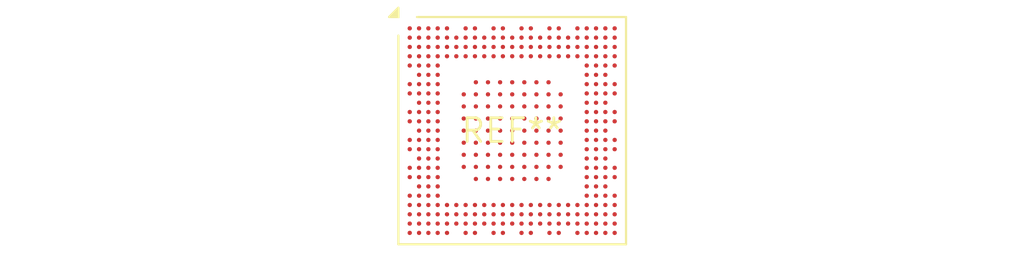
<source format=kicad_pcb>
(kicad_pcb (version 20240108) (generator pcbnew)
  (layers (0 "F.Cu" signal) (31 "B.Cu" signal) (34 "B.Paste" user) (35 "F.Paste" user) (36 "B.SilkS" user "B.Silkscreen") (37 "F.SilkS" user "F.Silkscreen") (38 "B.Mask" user) (39 "F.Mask" user) (44 "Edge.Cuts" user))
  (net 0 "")
  (footprint "ST_TFBGA-361_12x12mm_Layout23x23_P0.5mmP0.65mm" (layer "F.Cu") (at 0 0)
    (property "Reference" "REF**")
    (property "Value" "ST_TFBGA-361_12x12mm_Layout23x23_P0.5mmP0.65mm")
    (fp_line (start -6.11 6.11) (end -6.11 -5.11) (layer "F.SilkS") (stroke (width 0.12)))
    (fp_line (start -5.11 -6.11) (end 6.11 -6.11) (layer "F.SilkS") (stroke (width 0.12)))
    (fp_line (start 6.11 -6.11) (end 6.11 6.11) (layer "F.SilkS") (stroke (width 0.12)))
    (fp_line (start 6.11 6.11) (end -6.11 6.11) (layer "F.SilkS") (stroke (width 0.12)))
    (fp_poly (pts (xy -6.11 -6.11) (xy -6.61 -6.11) (xy -6.11 -6.61) (xy -6.11 -6.11)) (layer "F.SilkS") (stroke (width 0.12)) (fill solid))
    (pad "1A2" smd circle (at -1.95 -2.6) (size 0.23 0.23) (property pad_prop_bga) (layers "F.Cu" "F.Paste" "F.Mask"))
    (pad "1A3" smd circle (at -1.3 -2.6) (size 0.23 0.23) (property pad_prop_bga) (layers "F.Cu" "F.Paste" "F.Mask"))
    (pad "1A4" smd circle (at -0.65 -2.6) (size 0.23 0.23) (property pad_prop_bga) (layers "F.Cu" "F.Paste" "F.Mask"))
    (pad "1A5" smd circle (at 0 -2.6) (size 0.23 0.23) (property pad_prop_bga) (layers "F.Cu" "F.Paste" "F.Mask"))
    (pad "1A6" smd circle (at 0.65 -2.6) (size 0.23 0.23) (property pad_prop_bga) (layers "F.Cu" "F.Paste" "F.Mask"))
    (pad "1A7" smd circle (at 1.3 -2.6) (size 0.23 0.23) (property pad_prop_bga) (layers "F.Cu" "F.Paste" "F.Mask"))
    (pad "1A8" smd circle (at 1.95 -2.6) (size 0.23 0.23) (property pad_prop_bga) (layers "F.Cu" "F.Paste" "F.Mask"))
    (pad "1B1" smd circle (at -2.6 -1.95) (size 0.23 0.23) (property pad_prop_bga) (layers "F.Cu" "F.Paste" "F.Mask"))
    (pad "1B2" smd circle (at -1.95 -1.95) (size 0.23 0.23) (property pad_prop_bga) (layers "F.Cu" "F.Paste" "F.Mask"))
    (pad "1B3" smd circle (at -1.3 -1.95) (size 0.23 0.23) (property pad_prop_bga) (layers "F.Cu" "F.Paste" "F.Mask"))
    (pad "1B4" smd circle (at -0.65 -1.95) (size 0.23 0.23) (property pad_prop_bga) (layers "F.Cu" "F.Paste" "F.Mask"))
    (pad "1B5" smd circle (at 0 -1.95) (size 0.23 0.23) (property pad_prop_bga) (layers "F.Cu" "F.Paste" "F.Mask"))
    (pad "1B6" smd circle (at 0.65 -1.95) (size 0.23 0.23) (property pad_prop_bga) (layers "F.Cu" "F.Paste" "F.Mask"))
    (pad "1B7" smd circle (at 1.3 -1.95) (size 0.23 0.23) (property pad_prop_bga) (layers "F.Cu" "F.Paste" "F.Mask"))
    (pad "1B8" smd circle (at 1.95 -1.95) (size 0.23 0.23) (property pad_prop_bga) (layers "F.Cu" "F.Paste" "F.Mask"))
    (pad "1B9" smd circle (at 2.6 -1.95) (size 0.23 0.23) (property pad_prop_bga) (layers "F.Cu" "F.Paste" "F.Mask"))
    (pad "1C1" smd circle (at -2.6 -1.3) (size 0.23 0.23) (property pad_prop_bga) (layers "F.Cu" "F.Paste" "F.Mask"))
    (pad "1C2" smd circle (at -1.95 -1.3) (size 0.23 0.23) (property pad_prop_bga) (layers "F.Cu" "F.Paste" "F.Mask"))
    (pad "1C3" smd circle (at -1.3 -1.3) (size 0.23 0.23) (property pad_prop_bga) (layers "F.Cu" "F.Paste" "F.Mask"))
    (pad "1C4" smd circle (at -0.65 -1.3) (size 0.23 0.23) (property pad_prop_bga) (layers "F.Cu" "F.Paste" "F.Mask"))
    (pad "1C5" smd circle (at 0 -1.3) (size 0.23 0.23) (property pad_prop_bga) (layers "F.Cu" "F.Paste" "F.Mask"))
    (pad "1C6" smd circle (at 0.65 -1.3) (size 0.23 0.23) (property pad_prop_bga) (layers "F.Cu" "F.Paste" "F.Mask"))
    (pad "1C7" smd circle (at 1.3 -1.3) (size 0.23 0.23) (property pad_prop_bga) (layers "F.Cu" "F.Paste" "F.Mask"))
    (pad "1C8" smd circle (at 1.95 -1.3) (size 0.23 0.23) (property pad_prop_bga) (layers "F.Cu" "F.Paste" "F.Mask"))
    (pad "1C9" smd circle (at 2.6 -1.3) (size 0.23 0.23) (property pad_prop_bga) (layers "F.Cu" "F.Paste" "F.Mask"))
    (pad "1D1" smd circle (at -2.6 -0.65) (size 0.23 0.23) (property pad_prop_bga) (layers "F.Cu" "F.Paste" "F.Mask"))
    (pad "1D2" smd circle (at -1.95 -0.65) (size 0.23 0.23) (property pad_prop_bga) (layers "F.Cu" "F.Paste" "F.Mask"))
    (pad "1D3" smd circle (at -1.3 -0.65) (size 0.23 0.23) (property pad_prop_bga) (layers "F.Cu" "F.Paste" "F.Mask"))
    (pad "1D4" smd circle (at -0.65 -0.65) (size 0.23 0.23) (property pad_prop_bga) (layers "F.Cu" "F.Paste" "F.Mask"))
    (pad "1D5" smd circle (at 0 -0.65) (size 0.23 0.23) (property pad_prop_bga) (layers "F.Cu" "F.Paste" "F.Mask"))
    (pad "1D6" smd circle (at 0.65 -0.65) (size 0.23 0.23) (property pad_prop_bga) (layers "F.Cu" "F.Paste" "F.Mask"))
    (pad "1D7" smd circle (at 1.3 -0.65) (size 0.23 0.23) (property pad_prop_bga) (layers "F.Cu" "F.Paste" "F.Mask"))
    (pad "1D8" smd circle (at 1.95 -0.65) (size 0.23 0.23) (property pad_prop_bga) (layers "F.Cu" "F.Paste" "F.Mask"))
    (pad "1D9" smd circle (at 2.6 -0.65) (size 0.23 0.23) (property pad_prop_bga) (layers "F.Cu" "F.Paste" "F.Mask"))
    (pad "1E1" smd circle (at -2.6 0) (size 0.23 0.23) (property pad_prop_bga) (layers "F.Cu" "F.Paste" "F.Mask"))
    (pad "1E2" smd circle (at -1.95 0) (size 0.23 0.23) (property pad_prop_bga) (layers "F.Cu" "F.Paste" "F.Mask"))
    (pad "1E3" smd circle (at -1.3 0) (size 0.23 0.23) (property pad_prop_bga) (layers "F.Cu" "F.Paste" "F.Mask"))
    (pad "1E4" smd circle (at -0.65 0) (size 0.23 0.23) (property pad_prop_bga) (layers "F.Cu" "F.Paste" "F.Mask"))
    (pad "1E5" smd circle (at 0 0) (size 0.23 0.23) (property pad_prop_bga) (layers "F.Cu" "F.Paste" "F.Mask"))
    (pad "1E6" smd circle (at 0.65 0) (size 0.23 0.23) (property pad_prop_bga) (layers "F.Cu" "F.Paste" "F.Mask"))
    (pad "1E7" smd circle (at 1.3 0) (size 0.23 0.23) (property pad_prop_bga) (layers "F.Cu" "F.Paste" "F.Mask"))
    (pad "1E8" smd circle (at 1.95 0) (size 0.23 0.23) (property pad_prop_bga) (layers "F.Cu" "F.Paste" "F.Mask"))
    (pad "1E9" smd circle (at 2.6 0) (size 0.23 0.23) (property pad_prop_bga) (layers "F.Cu" "F.Paste" "F.Mask"))
    (pad "1F1" smd circle (at -2.6 0.65) (size 0.23 0.23) (property pad_prop_bga) (layers "F.Cu" "F.Paste" "F.Mask"))
    (pad "1F2" smd circle (at -1.95 0.65) (size 0.23 0.23) (property pad_prop_bga) (layers "F.Cu" "F.Paste" "F.Mask"))
    (pad "1F3" smd circle (at -1.3 0.65) (size 0.23 0.23) (property pad_prop_bga) (layers "F.Cu" "F.Paste" "F.Mask"))
    (pad "1F4" smd circle (at -0.65 0.65) (size 0.23 0.23) (property pad_prop_bga) (layers "F.Cu" "F.Paste" "F.Mask"))
    (pad "1F5" smd circle (at 0 0.65) (size 0.23 0.23) (property pad_prop_bga) (layers "F.Cu" "F.Paste" "F.Mask"))
    (pad "1F6" smd circle (at 0.65 0.65) (size 0.23 0.23) (property pad_prop_bga) (layers "F.Cu" "F.Paste" "F.Mask"))
    (pad "1F7" smd circle (at 1.3 0.65) (size 0.23 0.23) (property pad_prop_bga) (layers "F.Cu" "F.Paste" "F.Mask"))
    (pad "1F8" smd circle (at 1.95 0.65) (size 0.23 0.23) (property pad_prop_bga) (layers "F.Cu" "F.Paste" "F.Mask"))
    (pad "1F9" smd circle (at 2.6 0.65) (size 0.23 0.23) (property pad_prop_bga) (layers "F.Cu" "F.Paste" "F.Mask"))
    (pad "1G1" smd circle (at -2.6 1.3) (size 0.23 0.23) (property pad_prop_bga) (layers "F.Cu" "F.Paste" "F.Mask"))
    (pad "1G2" smd circle (at -1.95 1.3) (size 0.23 0.23) (property pad_prop_bga) (layers "F.Cu" "F.Paste" "F.Mask"))
    (pad "1G3" smd circle (at -1.3 1.3) (size 0.23 0.23) (property pad_prop_bga) (layers "F.Cu" "F.Paste" "F.Mask"))
    (pad "1G4" smd circle (at -0.65 1.3) (size 0.23 0.23) (property pad_prop_bga) (layers "F.Cu" "F.Paste" "F.Mask"))
    (pad "1G5" smd circle (at 0 1.3) (size 0.23 0.23) (property pad_prop_bga) (layers "F.Cu" "F.Paste" "F.Mask"))
    (pad "1G6" smd circle (at 0.65 1.3) (size 0.23 0.23) (property pad_prop_bga) (layers "F.Cu" "F.Paste" "F.Mask"))
    (pad "1G7" smd circle (at 1.3 1.3) (size 0.23 0.23) (property pad_prop_bga) (layers "F.Cu" "F.Paste" "F.Mask"))
    (pad "1G8" smd circle (at 1.95 1.3) (size 0.23 0.23) (property pad_prop_bga) (layers "F.Cu" "F.Paste" "F.Mask"))
    (pad "1G9" smd circle (at 2.6 1.3) (size 0.23 0.23) (property pad_prop_bga) (layers "F.Cu" "F.Paste" "F.Mask"))
    (pad "1H1" smd circle (at -2.6 1.95) (size 0.23 0.23) (property pad_prop_bga) (layers "F.Cu" "F.Paste" "F.Mask"))
    (pad "1H2" smd circle (at -1.95 1.95) (size 0.23 0.23) (property pad_prop_bga) (layers "F.Cu" "F.Paste" "F.Mask"))
    (pad "1H3" smd circle (at -1.3 1.95) (size 0.23 0.23) (property pad_prop_bga) (layers "F.Cu" "F.Paste" "F.Mask"))
    (pad "1H4" smd circle (at -0.65 1.95) (size 0.23 0.23) (property pad_prop_bga) (layers "F.Cu" "F.Paste" "F.Mask"))
    (pad "1H5" smd circle (at 0 1.95) (size 0.23 0.23) (property pad_prop_bga) (layers "F.Cu" "F.Paste" "F.Mask"))
    (pad "1H6" smd circle (at 0.65 1.95) (size 0.23 0.23) (property pad_prop_bga) (layers "F.Cu" "F.Paste" "F.Mask"))
    (pad "1H7" smd circle (at 1.3 1.95) (size 0.23 0.23) (property pad_prop_bga) (layers "F.Cu" "F.Paste" "F.Mask"))
    (pad "1H8" smd circle (at 1.95 1.95) (size 0.23 0.23) (property pad_prop_bga) (layers "F.Cu" "F.Paste" "F.Mask"))
    (pad "1H9" smd circle (at 2.6 1.95) (size 0.23 0.23) (property pad_prop_bga) (layers "F.Cu" "F.Paste" "F.Mask"))
    (pad "1J2" smd circle (at -1.95 2.6) (size 0.23 0.23) (property pad_prop_bga) (layers "F.Cu" "F.Paste" "F.Mask"))
    (pad "1J3" smd circle (at -1.3 2.6) (size 0.23 0.23) (property pad_prop_bga) (layers "F.Cu" "F.Paste" "F.Mask"))
    (pad "1J4" smd circle (at -0.65 2.6) (size 0.23 0.23) (property pad_prop_bga) (layers "F.Cu" "F.Paste" "F.Mask"))
    (pad "1J5" smd circle (at 0 2.6) (size 0.23 0.23) (property pad_prop_bga) (layers "F.Cu" "F.Paste" "F.Mask"))
    (pad "1J6" smd circle (at 0.65 2.6) (size 0.23 0.23) (property pad_prop_bga) (layers "F.Cu" "F.Paste" "F.Mask"))
    (pad "1J7" smd circle (at 1.3 2.6) (size 0.23 0.23) (property pad_prop_bga) (layers "F.Cu" "F.Paste" "F.Mask"))
    (pad "1J8" smd circle (at 1.95 2.6) (size 0.23 0.23) (property pad_prop_bga) (layers "F.Cu" "F.Paste" "F.Mask"))
    (pad "A1" smd circle (at -5.5 -5.5) (size 0.23 0.23) (property pad_prop_bga) (layers "F.Cu" "F.Paste" "F.Mask"))
    (pad "A2" smd circle (at -5 -5.5) (size 0.23 0.23) (property pad_prop_bga) (layers "F.Cu" "F.Paste" "F.Mask"))
    (pad "A3" smd circle (at -4.5 -5.5) (size 0.23 0.23) (property pad_prop_bga) (layers "F.Cu" "F.Paste" "F.Mask"))
    (pad "A4" smd circle (at -4 -5.5) (size 0.23 0.23) (property pad_prop_bga) (layers "F.Cu" "F.Paste" "F.Mask"))
    (pad "A5" smd circle (at -3.5 -5.5) (size 0.23 0.23) (property pad_prop_bga) (layers "F.Cu" "F.Paste" "F.Mask"))
    (pad "A7" smd circle (at -2.5 -5.5) (size 0.23 0.23) (property pad_prop_bga) (layers "F.Cu" "F.Paste" "F.Mask"))
    (pad "A8" smd circle (at -2 -5.5) (size 0.23 0.23) (property pad_prop_bga) (layers "F.Cu" "F.Paste" "F.Mask"))
    (pad "A10" smd circle (at -1 -5.5) (size 0.23 0.23) (property pad_prop_bga) (layers "F.Cu" "F.Paste" "F.Mask"))
    (pad "A11" smd circle (at -0.5 -5.5) (size 0.23 0.23) (property pad_prop_bga) (layers "F.Cu" "F.Paste" "F.Mask"))
    (pad "A13" smd circle (at 0.5 -5.5) (size 0.23 0.23) (property pad_prop_bga) (layers "F.Cu" "F.Paste" "F.Mask"))
    (pad "A14" smd circle (at 1 -5.5) (size 0.23 0.23) (property pad_prop_bga) (layers "F.Cu" "F.Paste" "F.Mask"))
    (pad "A16" smd circle (at 2 -5.5) (size 0.23 0.23) (property pad_prop_bga) (layers "F.Cu" "F.Paste" "F.Mask"))
    (pad "A17" smd circle (at 2.5 -5.5) (size 0.23 0.23) (property pad_prop_bga) (layers "F.Cu" "F.Paste" "F.Mask"))
    (pad "A19" smd circle (at 3.5 -5.5) (size 0.23 0.23) (property pad_prop_bga) (layers "F.Cu" "F.Paste" "F.Mask"))
    (pad "A20" smd circle (at 4 -5.5) (size 0.23 0.23) (property pad_prop_bga) (layers "F.Cu" "F.Paste" "F.Mask"))
    (pad "A21" smd circle (at 4.5 -5.5) (size 0.23 0.23) (property pad_prop_bga) (layers "F.Cu" "F.Paste" "F.Mask"))
    (pad "A22" smd circle (at 5 -5.5) (size 0.23 0.23) (property pad_prop_bga) (layers "F.Cu" "F.Paste" "F.Mask"))
    (pad "A23" smd circle (at 5.5 -5.5) (size 0.23 0.23) (property pad_prop_bga) (layers "F.Cu" "F.Paste" "F.Mask"))
    (pad "AA1" smd circle (at -5.5 4.5) (size 0.23 0.23) (property pad_prop_bga) (layers "F.Cu" "F.Paste" "F.Mask"))
    (pad "AA2" smd circle (at -5 4.5) (size 0.23 0.23) (property pad_prop_bga) (layers "F.Cu" "F.Paste" "F.Mask"))
    (pad "AA3" smd circle (at -4.5 4.5) (size 0.23 0.23) (property pad_prop_bga) (layers "F.Cu" "F.Paste" "F.Mask"))
    (pad "AA4" smd circle (at -4 4.5) (size 0.23 0.23) (property pad_prop_bga) (layers "F.Cu" "F.Paste" "F.Mask"))
    (pad "AA5" smd circle (at -3.5 4.5) (size 0.23 0.23) (property pad_prop_bga) (layers "F.Cu" "F.Paste" "F.Mask"))
    (pad "AA6" smd circle (at -3 4.5) (size 0.23 0.23) (property pad_prop_bga) (layers "F.Cu" "F.Paste" "F.Mask"))
    (pad "AA7" smd circle (at -2.5 4.5) (size 0.23 0.23) (property pad_prop_bga) (layers "F.Cu" "F.Paste" "F.Mask"))
    (pad "AA8" smd circle (at -2 4.5) (size 0.23 0.23) (property pad_prop_bga) (layers "F.Cu" "F.Paste" "F.Mask"))
    (pad "AA9" smd circle (at -1.5 4.5) (size 0.23 0.23) (property pad_prop_bga) (layers "F.Cu" "F.Paste" "F.Mask"))
    (pad "AA10" smd circle (at -1 4.5) (size 0.23 0.23) (property pad_prop_bga) (layers "F.Cu" "F.Paste" "F.Mask"))
    (pad "AA11" smd circle (at -0.5 4.5) (size 0.23 0.23) (property pad_prop_bga) (layers "F.Cu" "F.Paste" "F.Mask"))
    (pad "AA12" smd circle (at 0 4.5) (size 0.23 0.23) (property pad_prop_bga) (layers "F.Cu" "F.Paste" "F.Mask"))
    (pad "AA13" smd circle (at 0.5 4.5) (size 0.23 0.23) (property pad_prop_bga) (layers "F.Cu" "F.Paste" "F.Mask"))
    (pad "AA14" smd circle (at 1 4.5) (size 0.23 0.23) (property pad_prop_bga) (layers "F.Cu" "F.Paste" "F.Mask"))
    (pad "AA15" smd circle (at 1.5 4.5) (size 0.23 0.23) (property pad_prop_bga) (layers "F.Cu" "F.Paste" "F.Mask"))
    (pad "AA16" smd circle (at 2 4.5) (size 0.23 0.23) (property pad_prop_bga) (layers "F.Cu" "F.Paste" "F.Mask"))
    (pad "AA17" smd circle (at 2.5 4.5) (size 0.23 0.23) (property pad_prop_bga) (layers "F.Cu" "F.Paste" "F.Mask"))
    (pad "AA18" smd circle (at 3 4.5) (size 0.23 0.23) (property pad_prop_bga) (layers "F.Cu" "F.Paste" "F.Mask"))
    (pad "AA19" smd circle (at 3.5 4.5) (size 0.23 0.23) (property pad_prop_bga) (layers "F.Cu" "F.Paste" "F.Mask"))
    (pad "AA20" smd circle (at 4 4.5) (size 0.23 0.23) (property pad_prop_bga) (layers "F.Cu" "F.Paste" "F.Mask"))
    (pad "AA21" smd circle (at 4.5 4.5) (size 0.23 0.23) (property pad_prop_bga) (layers "F.Cu" "F.Paste" "F.Mask"))
    (pad "AA22" smd circle (at 5 4.5) (size 0.23 0.23) (property pad_prop_bga) (layers "F.Cu" "F.Paste" "F.Mask"))
    (pad "AA23" smd circle (at 5.5 4.5) (size 0.23 0.23) (property pad_prop_bga) (layers "F.Cu" "F.Paste" "F.Mask"))
    (pad "AB1" smd circle (at -5.5 5) (size 0.23 0.23) (property pad_prop_bga) (layers "F.Cu" "F.Paste" "F.Mask"))
    (pad "AB2" smd circle (at -5 5) (size 0.23 0.23) (property pad_prop_bga) (layers "F.Cu" "F.Paste" "F.Mask"))
    (pad "AB3" smd circle (at -4.5 5) (size 0.23 0.23) (property pad_prop_bga) (layers "F.Cu" "F.Paste" "F.Mask"))
    (pad "AB4" smd circle (at -4 5) (size 0.23 0.23) (property pad_prop_bga) (layers "F.Cu" "F.Paste" "F.Mask"))
    (pad "AB5" smd circle (at -3.5 5) (size 0.23 0.23) (property pad_prop_bga) (layers "F.Cu" "F.Paste" "F.Mask"))
    (pad "AB6" smd circle (at -3 5) (size 0.23 0.23) (property pad_prop_bga) (layers "F.Cu" "F.Paste" "F.Mask"))
    (pad "AB7" smd circle (at -2.5 5) (size 0.23 0.23) (property pad_prop_bga) (layers "F.Cu" "F.Paste" "F.Mask"))
    (pad "AB8" smd circle (at -2 5) (size 0.23 0.23) (property pad_prop_bga) (layers "F.Cu" "F.Paste" "F.Mask"))
    (pad "AB9" smd circle (at -1.5 5) (size 0.23 0.23) (property pad_prop_bga) (layers "F.Cu" "F.Paste" "F.Mask"))
    (pad "AB10" smd circle (at -1 5) (size 0.23 0.23) (property pad_prop_bga) (layers "F.Cu" "F.Paste" "F.Mask"))
    (pad "AB11" smd circle (at -0.5 5) (size 0.23 0.23) (property pad_prop_bga) (layers "F.Cu" "F.Paste" "F.Mask"))
    (pad "AB12" smd circle (at 0 5) (size 0.23 0.23) (property pad_prop_bga) (layers "F.Cu" "F.Paste" "F.Mask"))
    (pad "AB13" smd circle (at 0.5 5) (size 0.23 0.23) (property pad_prop_bga) (layers "F.Cu" "F.Paste" "F.Mask"))
    (pad "AB14" smd circle (at 1 5) (size 0.23 0.23) (property pad_prop_bga) (layers "F.Cu" "F.Paste" "F.Mask"))
    (pad "AB15" smd circle (at 1.5 5) (size 0.23 0.23) (property pad_prop_bga) (layers "F.Cu" "F.Paste" "F.Mask"))
    (pad "AB16" smd circle (at 2 5) (size 0.23 0.23) (property pad_prop_bga) (layers "F.Cu" "F.Paste" "F.Mask"))
    (pad "AB17" smd circle (at 2.5 5) (size 0.23 0.23) (property pad_prop_bga) (layers "F.Cu" "F.Paste" "F.Mask"))
    (pad "AB18" smd circle (at 3 5) (size 0.23 0.23) (property pad_prop_bga) (layers "F.Cu" "F.Paste" "F.Mask"))
    (pad "AB19" smd circle (at 3.5 5) (size 0.23 0.23) (property pad_prop_bga) (layers "F.Cu" "F.Paste" "F.Mask"))
    (pad "AB20" smd circle (at 4 5) (size 0.23 0.23) (property pad_prop_bga) (layers "F.Cu" "F.Paste" "F.Mask"))
    (pad "AB21" smd circle (at 4.5 5) (size 0.23 0.23) (property pad_prop_bga) (layers "F.Cu" "F.Paste" "F.Mask"))
    (pad "AB22" smd circle (at 5 5) (size 0.23 0.23) (property pad_prop_bga) (layers "F.Cu" "F.Paste" "F.Mask"))
    (pad "AB23" smd circle (at 5.5 5) (size 0.23 0.23) (property pad_prop_bga) (layers "F.Cu" "F.Paste" "F.Mask"))
    (pad "AC1" smd circle (at -5.5 5.5) (size 0.23 0.23) (property pad_prop_bga) (layers "F.Cu" "F.Paste" "F.Mask"))
    (pad "AC2" smd circle (at -5 5.5) (size 0.23 0.23) (property pad_prop_bga) (layers "F.Cu" "F.Paste" "F.Mask"))
    (pad "AC3" smd circle (at -4.5 5.5) (size 0.23 0.23) (property pad_prop_bga) (layers "F.Cu" "F.Paste" "F.Mask"))
    (pad "AC4" smd circle (at -4 5.5) (size 0.23 0.23) (property pad_prop_bga) (layers "F.Cu" "F.Paste" "F.Mask"))
    (pad "AC5" smd circle (at -3.5 5.5) (size 0.23 0.23) (property pad_prop_bga) (layers "F.Cu" "F.Paste" "F.Mask"))
    (pad "AC7" smd circle (at -2.5 5.5) (size 0.23 0.23) (property pad_prop_bga) (layers "F.Cu" "F.Paste" "F.Mask"))
    (pad "AC8" smd circle (at -2 5.5) (size 0.23 0.23) (property pad_prop_bga) (layers "F.Cu" "F.Paste" "F.Mask"))
    (pad "AC10" smd circle (at -1 5.5) (size 0.23 0.23) (property pad_prop_bga) (layers "F.Cu" "F.Paste" "F.Mask"))
    (pad "AC11" smd circle (at -0.5 5.5) (size 0.23 0.23) (property pad_prop_bga) (layers "F.Cu" "F.Paste" "F.Mask"))
    (pad "AC13" smd circle (at 0.5 5.5) (size 0.23 0.23) (property pad_prop_bga) (layers "F.Cu" "F.Paste" "F.Mask"))
    (pad "AC14" smd circle (at 1 5.5) (size 0.23 0.23) (property pad_prop_bga) (layers "F.Cu" "F.Paste" "F.Mask"))
    (pad "AC16" smd circle (at 2 5.5) (size 0.23 0.23) (property pad_prop_bga) (layers "F.Cu" "F.Paste" "F.Mask"))
    (pad "AC17" smd circle (at 2.5 5.5) (size 0.23 0.23) (property pad_prop_bga) (layers "F.Cu" "F.Paste" "F.Mask"))
    (pad "AC19" smd circle (at 3.5 5.5) (size 0.23 0.23) (property pad_prop_bga) (layers "F.Cu" "F.Paste" "F.Mask"))
    (pad "AC20" smd circle (at 4 5.5) (size 0.23 0.23) (property pad_prop_bga) (layers "F.Cu" "F.Paste" "F.Mask"))
    (pad "AC21" smd circle (at 4.5 5.5) (size 0.23 0.23) (property pad_prop_bga) (layers "F.Cu" "F.Paste" "F.Mask"))
    (pad "AC22" smd circle (at 5 5.5) (size 0.23 0.23) (property pad_prop_bga) (layers "F.Cu" "F.Paste" "F.Mask"))
    (pad "AC23" smd circle (at 5.5 5.5) (size 0.23 0.23) (property pad_prop_bga) (layers "F.Cu" "F.Paste" "F.Mask"))
    (pad "B1" smd circle (at -5.5 -5) (size 0.23 0.23) (property pad_prop_bga) (layers "F.Cu" "F.Paste" "F.Mask"))
    (pad "B2" smd circle (at -5 -5) (size 0.23 0.23) (property pad_prop_bga) (layers "F.Cu" "F.Paste" "F.Mask"))
    (pad "B3" smd circle (at -4.5 -5) (size 0.23 0.23) (property pad_prop_bga) (layers "F.Cu" "F.Paste" "F.Mask"))
    (pad "B4" smd circle (at -4 -5) (size 0.23 0.23) (property pad_prop_bga) (layers "F.Cu" "F.Paste" "F.Mask"))
    (pad "B5" smd circle (at -3.5 -5) (size 0.23 0.23) (property pad_prop_bga) (layers "F.Cu" "F.Paste" "F.Mask"))
    (pad "B6" smd circle (at -3 -5) (size 0.23 0.23) (property pad_prop_bga) (layers "F.Cu" "F.Paste" "F.Mask"))
    (pad "B7" smd circle (at -2.5 -5) (size 0.23 0.23) (property pad_prop_bga) (layers "F.Cu" "F.Paste" "F.Mask"))
    (pad "B8" smd circle (at -2 -5) (size 0.23 0.23) (property pad_prop_bga) (layers "F.Cu" "F.Paste" "F.Mask"))
    (pad "B9" smd circle (at -1.5 -5) (size 0.23 0.23) (property pad_prop_bga) (layers "F.Cu" "F.Paste" "F.Mask"))
    (pad "B10" smd circle (at -1 -5) (size 0.23 0.23) (property pad_prop_bga) (layers "F.Cu" "F.Paste" "F.Mask"))
    (pad "B11" smd circle (at -0.5 -5) (size 0.23 0.23) (property pad_prop_bga) (layers "F.Cu" "F.Paste" "F.Mask"))
    (pad "B12" smd circle (at 0 -5) (size 0.23 0.23) (property pad_prop_bga) (layers "F.Cu" "F.Paste" "F.Mask"))
    (pad "B13" smd circle (at 0.5 -5) (size 0.23 0.23) (property pad_prop_bga) (layers "F.Cu" "F.Paste" "F.Mask"))
    (pad "B14" smd circle (at 1 -5) (size 0.23 0.23) (property pad_prop_bga) (layers "F.Cu" "F.Paste" "F.Mask"))
    (pad "B15" smd circle (at 1.5 -5) (size 0.23 0.23) (property pad_prop_bga) (layers "F.Cu" "F.Paste" "F.Mask"))
    (pad "B16" smd circle (at 2 -5) (size 0.23 0.23) (property pad_prop_bga) (layers "F.Cu" "F.Paste" "F.Mask"))
    (pad "B17" smd circle (at 2.5 -5) (size 0.23 0.23) (property pad_prop_bga) (layers "F.Cu" "F.Paste" "F.Mask"))
    (pad "B18" smd circle (at 3 -5) (size 0.23 0.23) (property pad_prop_bga) (layers "F.Cu" "F.Paste" "F.Mask"))
    (pad "B19" smd circle (at 3.5 -5) (size 0.23 0.23) (property pad_prop_bga) (layers "F.Cu" "F.Paste" "F.Mask"))
    (pad "B20" smd circle (at 4 -5) (size 0.23 0.23) (property pad_prop_bga) (layers "F.Cu" "F.Paste" "F.Mask"))
    (pad "B21" smd circle (at 4.5 -5) (size 0.23 0.23) (property pad_prop_bga) (layers "F.Cu" "F.Paste" "F.Mask"))
    (pad "B22" smd circle (at 5 -5) (size 0.23 0.23) (property pad_prop_bga) (layers "F.Cu" "F.Paste" "F.Mask"))
    (pad "B23" smd circle (at 5.5 -5) (size 0.23 0.23) (property pad_prop_bga) (layers "F.Cu" "F.Paste" "F.Mask"))
    (pad "C1" smd circle (at -5.5 -4.5) (size 0.23 0.23) (property pad_prop_bga) (layers "F.Cu" "F.Paste" "F.Mask"))
    (pad "C2" smd circle (at -5 -4.5) (size 0.23 0.23) (property pad_prop_bga) (layers "F.Cu" "F.Paste" "F.Mask"))
    (pad "C3" smd circle (at -4.5 -4.5) (size 0.23 0.23) (property pad_prop_bga) (layers "F.Cu" "F.Paste" "F.Mask"))
    (pad "C4" smd circle (at -4 -4.5) (size 0.23 0.23) (property pad_prop_bga) (layers "F.Cu" "F.Paste" "F.Mask"))
    (pad "C5" smd circle (at -3.5 -4.5) (size 0.23 0.23) (property pad_prop_bga) (layers "F.Cu" "F.Paste" "F.Mask"))
    (pad "C6" smd circle (at -3 -4.5) (size 0.23 0.23) (property pad_prop_bga) (layers "F.Cu" "F.Paste" "F.Mask"))
    (pad "C7" smd circle (at -2.5 -4.5) (size 0.23 0.23) (property pad_prop_bga) (layers "F.Cu" "F.Paste" "F.Mask"))
    (pad "C8" smd circle (at -2 -4.5) (size 0.23 0.23) (property pad_prop_bga) (layers "F.Cu" "F.Paste" "F.Mask"))
    (pad "C9" smd circle (at -1.5 -4.5) (size 0.23 0.23) (property pad_prop_bga) (layers "F.Cu" "F.Paste" "F.Mask"))
    (pad "C10" smd circle (at -1 -4.5) (size 0.23 0.23) (property pad_prop_bga) (layers "F.Cu" "F.Paste" "F.Mask"))
    (pad "C11" smd circle (at -0.5 -4.5) (size 0.23 0.23) (property pad_prop_bga) (layers "F.Cu" "F.Paste" "F.Mask"))
    (pad "C12" smd circle (at 0 -4.5) (size 0.23 0.23) (property pad_prop_bga) (layers "F.Cu" "F.Paste" "F.Mask"))
    (pad "C13" smd circle (at 0.5 -4.5) (size 0.23 0.23) (property pad_prop_bga) (layers "F.Cu" "F.Paste" "F.Mask"))
    (pad "C14" smd circle (at 1 -4.5) (size 0.23 0.23) (property pad_prop_bga) (layers "F.Cu" "F.Paste" "F.Mask"))
    (pad "C15" smd circle (at 1.5 -4.5) (size 0.23 0.23) (property pad_prop_bga) (layers "F.Cu" "F.Paste" "F.Mask"))
    (pad "C16" smd circle (at 2 -4.5) (size 0.23 0.23) (property pad_prop_bga) (layers "F.Cu" "F.Paste" "F.Mask"))
    (pad "C17" smd circle (at 2.5 -4.5) (size 0.23 0.23) (property pad_prop_bga) (layers "F.Cu" "F.Paste" "F.Mask"))
    (pad "C18" smd circle (at 3 -4.5) (size 0.23 0.23) (property pad_prop_bga) (layers "F.Cu" "F.Paste" "F.Mask"))
    (pad "C19" smd circle (at 3.5 -4.5) (size 0.23 0.23) (property pad_prop_bga) (layers "F.Cu" "F.Paste" "F.Mask"))
    (pad "C20" smd circle (at 4 -4.5) (size 0.23 0.23) (property pad_prop_bga) (layers "F.Cu" "F.Paste" "F.Mask"))
    (pad "C21" smd circle (at 4.5 -4.5) (size 0.23 0.23) (property pad_prop_bga) (layers "F.Cu" "F.Paste" "F.Mask"))
    (pad "C22" smd circle (at 5 -4.5) (size 0.23 0.23) (property pad_prop_bga) (layers "F.Cu" "F.Paste" "F.Mask"))
    (pad "C23" smd circle (at 5.5 -4.5) (size 0.23 0.23) (property pad_prop_bga) (layers "F.Cu" "F.Paste" "F.Mask"))
    (pad "D1" smd circle (at -5.5 -4) (size 0.23 0.23) (property pad_prop_bga) (layers "F.Cu" "F.Paste" "F.Mask"))
    (pad "D2" smd circle (at -5 -4) (size 0.23 0.23) (property pad_prop_bga) (layers "F.Cu" "F.Paste" "F.Mask"))
    (pad "D3" smd circle (at -4.5 -4) (size 0.23 0.23) (property pad_prop_bga) (layers "F.Cu" "F.Paste" "F.Mask"))
    (pad "D4" smd circle (at -4 -4) (size 0.23 0.23) (property pad_prop_bga) (layers "F.Cu" "F.Paste" "F.Mask"))
    (pad "D5" smd circle (at -3.5 -4) (size 0.23 0.23) (property pad_prop_bga) (layers "F.Cu" "F.Paste" "F.Mask"))
    (pad "D6" smd circle (at -3 -4) (size 0.23 0.23) (property pad_prop_bga) (layers "F.Cu" "F.Paste" "F.Mask"))
    (pad "D7" smd circle (at -2.5 -4) (size 0.23 0.23) (property pad_prop_bga) (layers "F.Cu" "F.Paste" "F.Mask"))
    (pad "D8" smd circle (at -2 -4) (size 0.23 0.23) (property pad_prop_bga) (layers "F.Cu" "F.Paste" "F.Mask"))
    (pad "D9" smd circle (at -1.5 -4) (size 0.23 0.23) (property pad_prop_bga) (layers "F.Cu" "F.Paste" "F.Mask"))
    (pad "D10" smd circle (at -1 -4) (size 0.23 0.23) (property pad_prop_bga) (layers "F.Cu" "F.Paste" "F.Mask"))
    (pad "D11" smd circle (at -0.5 -4) (size 0.23 0.23) (property pad_prop_bga) (layers "F.Cu" "F.Paste" "F.Mask"))
    (pad "D12" smd circle (at 0 -4) (size 0.23 0.23) (property pad_prop_bga) (layers "F.Cu" "F.Paste" "F.Mask"))
    (pad "D13" smd circle (at 0.5 -4) (size 0.23 0.23) (property pad_prop_bga) (layers "F.Cu" "F.Paste" "F.Mask"))
    (pad "D14" smd circle (at 1 -4) (size 0.23 0.23) (property pad_prop_bga) (layers "F.Cu" "F.Paste" "F.Mask"))
    (pad "D15" smd circle (at 1.5 -4) (size 0.23 0.23) (property pad_prop_bga) (layers "F.Cu" "F.Paste" "F.Mask"))
    (pad "D16" smd circle (at 2 -4) (size 0.23 0.23) (property pad_prop_bga) (layers "F.Cu" "F.Paste" "F.Mask"))
    (pad "D17" smd circle (at 2.5 -4) (size 0.23 0.23) (property pad_prop_bga) (layers "F.Cu" "F.Paste" "F.Mask"))
    (pad "D18" smd circle (at 3 -4) (size 0.23 0.23) (property pad_prop_bga) (layers "F.Cu" "F.Paste" "F.Mask"))
    (pad "D19" smd circle (at 3.5 -4) (size 0.23 0.23) (property pad_prop_bga) (layers "F.Cu" "F.Paste" "F.Mask"))
    (pad "D20" smd circle (at 4 -4) (size 0.23 0.23) (property pad_prop_bga) (layers "F.Cu" "F.Paste" "F.Mask"))
    (pad "D21" smd circle (at 4.5 -4) (size 0.23 0.23) (property pad_prop_bga) (layers "F.Cu" "F.Paste" "F.Mask"))
    (pad "D22" smd circle (at 5 -4) (size 0.23 0.23) (property pad_prop_bga) (layers "F.Cu" "F.Paste" "F.Mask"))
    (pad "D23" smd circle (at 5.5 -4) (size 0.23 0.23) (property pad_prop_bga) (layers "F.Cu" "F.Paste" "F.Mask"))
    (pad "E1" smd circle (at -5.5 -3.5) (size 0.23 0.23) (property pad_prop_bga) (layers "F.Cu" "F.Paste" "F.Mask"))
    (pad "E2" smd circle (at -5 -3.5) (size 0.23 0.23) (property pad_prop_bga) (layers "F.Cu" "F.Paste" "F.Mask"))
    (pad "E3" smd circle (at -4.5 -3.5) (size 0.23 0.23) (property pad_prop_bga) (layers "F.Cu" "F.Paste" "F.Mask"))
    (pad "E4" smd circle (at -4 -3.5) (size 0.23 0.23) (property pad_prop_bga) (layers "F.Cu" "F.Paste" "F.Mask"))
    (pad "E20" smd circle (at 4 -3.5) (size 0.23 0.23) (property pad_prop_bga) (layers "F.Cu" "F.Paste" "F.Mask"))
    (pad "E21" smd circle (at 4.5 -3.5) (size 0.23 0.23) (property pad_prop_bga) (layers "F.Cu" "F.Paste" "F.Mask"))
    (pad "E22" smd circle (at 5 -3.5) (size 0.23 0.23) (property pad_prop_bga) (layers "F.Cu" "F.Paste" "F.Mask"))
    (pad "E23" smd circle (at 5.5 -3.5) (size 0.23 0.23) (property pad_prop_bga) (layers "F.Cu" "F.Paste" "F.Mask"))
    (pad "F2" smd circle (at -5 -3) (size 0.23 0.23) (property pad_prop_bga) (layers "F.Cu" "F.Paste" "F.Mask"))
    (pad "F3" smd circle (at -4.5 -3) (size 0.23 0.23) (property pad_prop_bga) (layers "F.Cu" "F.Paste" "F.Mask"))
    (pad "F4" smd circle (at -4 -3) (size 0.23 0.23) (property pad_prop_bga) (layers "F.Cu" "F.Paste" "F.Mask"))
    (pad "F20" smd circle (at 4 -3) (size 0.23 0.23) (property pad_prop_bga) (layers "F.Cu" "F.Paste" "F.Mask"))
    (pad "F21" smd circle (at 4.5 -3) (size 0.23 0.23) (property pad_prop_bga) (layers "F.Cu" "F.Paste" "F.Mask"))
    (pad "F22" smd circle (at 5 -3) (size 0.23 0.23) (property pad_prop_bga) (layers "F.Cu" "F.Paste" "F.Mask"))
    (pad "G1" smd circle (at -5.5 -2.5) (size 0.23 0.23) (property pad_prop_bga) (layers "F.Cu" "F.Paste" "F.Mask"))
    (pad "G2" smd circle (at -5 -2.5) (size 0.23 0.23) (property pad_prop_bga) (layers "F.Cu" "F.Paste" "F.Mask"))
    (pad "G3" smd circle (at -4.5 -2.5) (size 0.23 0.23) (property pad_prop_bga) (layers "F.Cu" "F.Paste" "F.Mask"))
    (pad "G4" smd circle (at -4 -2.5) (size 0.23 0.23) (property pad_prop_bga) (layers "F.Cu" "F.Paste" "F.Mask"))
    (pad "G20" smd circle (at 4 -2.5) (size 0.23 0.23) (property pad_prop_bga) (layers "F.Cu" "F.Paste" "F.Mask"))
    (pad "G21" smd circle (at 4.5 -2.5) (size 0.23 0.23) (property pad_prop_bga) (layers "F.Cu" "F.Paste" "F.Mask"))
    (pad "G22" smd circle (at 5 -2.5) (size 0.23 0.23) (property pad_prop_bga) (layers "F.Cu" "F.Paste" "F.Mask"))
    (pad "G23" smd circle (at 5.5 -2.5) (size 0.23 0.23) (property pad_prop_bga) (layers "F.Cu" "F.Paste" "F.Mask"))
    (pad "H1" smd circle (at -5.5 -2) (size 0.23 0.23) (property pad_prop_bga) (layers "F.Cu" "F.Paste" "F.Mask"))
    (pad "H2" smd circle (at -5 -2) (size 0.23 0.23) (property pad_prop_bga) (layers "F.Cu" "F.Paste" "F.Mask"))
    (pad "H3" smd circle (at -4.5 -2) (size 0.23 0.23) (property pad_prop_bga) (layers "F.Cu" "F.Paste" "F.Mask"))
    (pad "H4" smd circle (at -4 -2) (size 0.23 0.23) (property pad_prop_bga) (layers "F.Cu" "F.Paste" "F.Mask"))
    (pad "H20" smd circle (at 4 -2) (size 0.23 0.23) (property pad_prop_bga) (layers "F.Cu" "F.Paste" "F.Mask"))
    (pad "H21" smd circle (at 4.5 -2) (size 0.23 0.23) (property pad_prop_bga) (layers "F.Cu" "F.Paste" "F.Mask"))
    (pad "H22" smd circle (at 5 -2) (size 0.23 0.23) (property pad_prop_bga) (layers "F.Cu" "F.Paste" "F.Mask"))
    (pad "H23" smd circle (at 5.5 -2) (size 0.23 0.23) (property pad_prop_bga) (layers "F.Cu" "F.Paste" "F.Mask"))
    (pad "J2" smd circle (at -5 -1.5) (size 0.23 0.23) (property pad_prop_bga) (layers "F.Cu" "F.Paste" "F.Mask"))
    (pad "J3" smd circle (at -4.5 -1.5) (size 0.23 0.23) (property pad_prop_bga) (layers "F.Cu" "F.Paste" "F.Mask"))
    (pad "J4" smd circle (at -4 -1.5) (size 0.23 0.23) (property pad_prop_bga) (layers "F.Cu" "F.Paste" "F.Mask"))
    (pad "J20" smd circle (at 4 -1.5) (size 0.23 0.23) (property pad_prop_bga) (layers "F.Cu" "F.Paste" "F.Mask"))
    (pad "J21" smd circle (at 4.5 -1.5) (size 0.23 0.23) (property pad_prop_bga) (layers "F.Cu" "F.Paste" "F.Mask"))
    (pad "J22" smd circle (at 5 -1.5) (size 0.23 0.23) (property pad_prop_bga) (layers "F.Cu" "F.Paste" "F.Mask"))
    (pad "K1" smd circle (at -5.5 -1) (size 0.23 0.23) (property pad_prop_bga) (layers "F.Cu" "F.Paste" "F.Mask"))
    (pad "K2" smd circle (at -5 -1) (size 0.23 0.23) (property pad_prop_bga) (layers "F.Cu" "F.Paste" "F.Mask"))
    (pad "K3" smd circle (at -4.5 -1) (size 0.23 0.23) (property pad_prop_bga) (layers "F.Cu" "F.Paste" "F.Mask"))
    (pad "K4" smd circle (at -4 -1) (size 0.23 0.23) (property pad_prop_bga) (layers "F.Cu" "F.Paste" "F.Mask"))
    (pad "K20" smd circle (at 4 -1) (size 0.23 0.23) (property pad_prop_bga) (layers "F.Cu" "F.Paste" "F.Mask"))
    (pad "K21" smd circle (at 4.5 -1) (size 0.23 0.23) (property pad_prop_bga) (layers "F.Cu" "F.Paste" "F.Mask"))
    (pad "K22" smd circle (at 5 -1) (size 0.23 0.23) (property pad_prop_bga) (layers "F.Cu" "F.Paste" "F.Mask"))
    (pad "K23" smd circle (at 5.5 -1) (size 0.23 0.23) (property pad_prop_bga) (layers "F.Cu" "F.Paste" "F.Mask"))
    (pad "L1" smd circle (at -5.5 -0.5) (size 0.23 0.23) (property pad_prop_bga) (layers "F.Cu" "F.Paste" "F.Mask"))
    (pad "L2" smd circle (at -5 -0.5) (size 0.23 0.23) (property pad_prop_bga) (layers "F.Cu" "F.Paste" "F.Mask"))
    (pad "L3" smd circle (at -4.5 -0.5) (size 0.23 0.23) (property pad_prop_bga) (layers "F.Cu" "F.Paste" "F.Mask"))
    (pad "L4" smd circle (at -4 -0.5) (size 0.23 0.23) (property pad_prop_bga) (layers "F.Cu" "F.Paste" "F.Mask"))
    (pad "L20" smd circle (at 4 -0.5) (size 0.23 0.23) (property pad_prop_bga) (layers "F.Cu" "F.Paste" "F.Mask"))
    (pad "L21" smd circle (at 4.5 -0.5) (size 0.23 0.23) (property pad_prop_bga) (layers "F.Cu" "F.Paste" "F.Mask"))
    (pad "L22" smd circle (at 5 -0.5) (size 0.23 0.23) (property pad_prop_bga) (layers "F.Cu" "F.Paste" "F.Mask"))
    (pad "L23" smd circle (at 5.5 -0.5) (size 0.23 0.23) (property pad_prop_bga) (layers "F.Cu" "F.Paste" "F.Mask"))
    (pad "M2" smd circle (at -5 0) (size 0.23 0.23) (property pad_prop_bga) (layers "F.Cu" "F.Paste" "F.Mask"))
    (pad "M3" smd circle (at -4.5 0) (size 0.23 0.23) (property pad_prop_bga) (layers "F.Cu" "F.Paste" "F.Mask"))
    (pad "M4" smd circle (at -4 0) (size 0.23 0.23) (property pad_prop_bga) (layers "F.Cu" "F.Paste" "F.Mask"))
    (pad "M20" smd circle (at 4 0) (size 0.23 0.23) (property pad_prop_bga) (layers "F.Cu" "F.Paste" "F.Mask"))
    (pad "M21" smd circle (at 4.5 0) (size 0.23 0.23) (property pad_prop_bga) (layers "F.Cu" "F.Paste" "F.Mask"))
    (pad "M22" smd circle (at 5 0) (size 0.23 0.23) (property pad_prop_bga) (layers "F.Cu" "F.Paste" "F.Mask"))
    (pad "N1" smd circle (at -5.5 0.5) (size 0.23 0.23) (property pad_prop_bga) (layers "F.Cu" "F.Paste" "F.Mask"))
    (pad "N2" smd circle (at -5 0.5) (size 0.23 0.23) (property pad_prop_bga) (layers "F.Cu" "F.Paste" "F.Mask"))
    (pad "N3" smd circle (at -4.5 0.5) (size 0.23 0.23) (property pad_prop_bga) (layers "F.Cu" "F.Paste" "F.Mask"))
    (pad "N4" smd circle (at -4 0.5) (size 0.23 0.23) (property pad_prop_bga) (layers "F.Cu" "F.Paste" "F.Mask"))
    (pad "N20" smd circle (at 4 0.5) (size 0.23 0.23) (property pad_prop_bga) (layers "F.Cu" "F.Paste" "F.Mask"))
    (pad "N21" smd circle (at 4.5 0.5) (size 0.23 0.23) (property pad_prop_bga) (layers "F.Cu" "F.Paste" "F.Mask"))
    (pad "N22" smd circle (at 5 0.5) (size 0.23 0.23) (property pad_prop_bga) (layers "F.Cu" "F.Paste" "F.Mask"))
    (pad "N23" smd circle (at 5.5 0.5) (size 0.23 0.23) (property pad_prop_bga) (layers "F.Cu" "F.Paste" "F.Mask"))
    (pad "P1" smd circle (at -5.5 1) (size 0.23 0.23) (property pad_prop_bga) (layers "F.Cu" "F.Paste" "F.Mask"))
    (pad "P2" smd circle (at -5 1) (size 0.23 0.23) (property pad_prop_bga) (layers "F.Cu" "F.Paste" "F.Mask"))
    (pad "P3" smd circle (at -4.5 1) (size 0.23 0.23) (property pad_prop_bga) (layers "F.Cu" "F.Paste" "F.Mask"))
    (pad "P4" smd circle (at -4 1) (size 0.23 0.23) (property pad_prop_bga) (layers "F.Cu" "F.Paste" "F.Mask"))
    (pad "P20" smd circle (at 4 1) (size 0.23 0.23) (property pad_prop_bga) (layers "F.Cu" "F.Paste" "F.Mask"))
    (pad "P21" smd circle (at 4.5 1) (size 0.23 0.23) (property pad_prop_bga) (layers "F.Cu" "F.Paste" "F.Mask"))
    (pad "P22" smd circle (at 5 1) (size 0.23 0.23) (property pad_prop_bga) (layers "F.Cu" "F.Paste" "F.Mask"))
    (pad "P23" smd circle (at 5.5 1) (size 0.23 0.23) (property pad_prop_bga) (layers "F.Cu" "F.Paste" "F.Mask"))
    (pad "R2" smd circle (at -5 1.5) (size 0.23 0.23) (property pad_prop_bga) (layers "F.Cu" "F.Paste" "F.Mask"))
    (pad "R3" smd circle (at -4.5 1.5) (size 0.23 0.23) (property pad_prop_bga) (layers "F.Cu" "F.Paste" "F.Mask"))
    (pad "R4" smd circle (at -4 1.5) (size 0.23 0.23) (property pad_prop_bga) (layers "F.Cu" "F.Paste" "F.Mask"))
    (pad "R20" smd circle (at 4 1.5) (size 0.23 0.23) (property pad_prop_bga) (layers "F.Cu" "F.Paste" "F.Mask"))
    (pad "R21" smd circle (at 4.5 1.5) (size 0.23 0.23) (property pad_prop_bga) (layers "F.Cu" "F.Paste" "F.Mask"))
    (pad "R22" smd circle (at 5 1.5) (size 0.23 0.23) (property pad_prop_bga) (layers "F.Cu" "F.Paste" "F.Mask"))
    (pad "T1" smd circle (at -5.5 2) (size 0.23 0.23) (property pad_prop_bga) (layers "F.Cu" "F.Paste" "F.Mask"))
    (pad "T2" smd circle (at -5 2) (size 0.23 0.23) (property pad_prop_bga) (layers "F.Cu" "F.Paste" "F.Mask"))
    (pad "T3" smd circle (at -4.5 2) (size 0.23 0.23) (property pad_prop_bga) (layers "F.Cu" "F.Paste" "F.Mask"))
    (pad "T4" smd circle (at -4 2) (size 0.23 0.23) (property pad_prop_bga) (layers "F.Cu" "F.Paste" "F.Mask"))
    (pad "T20" smd circle (at 4 2) (size 0.23 0.23) (property pad_prop_bga) (layers "F.Cu" "F.Paste" "F.Mask"))
    (pad "T21" smd circle (at 4.5 2) (size 0.23 0.23) (property pad_prop_bga) (layers "F.Cu" "F.Paste" "F.Mask"))
    (pad "T22" smd circle (at 5 2) (size 0.23 0.23) (property pad_prop_bga) (layers "F.Cu" "F.Paste" "F.Mask"))
    (pad "T23" smd circle (at 5.5 2) (size 0.23 0.23) (property pad_prop_bga) (layers "F.Cu" "F.Paste" "F.Mask"))
    (pad "U1" smd circle (at -5.5 2.5) (size 0.23 0.23) (property pad_prop_bga) (layers "F.Cu" "F.Paste" "F.Mask"))
    (pad "U2" smd circle (at -5 2.5) (size 0.23 0.23) (property pad_prop_bga) (layers "F.Cu" "F.Paste" "F.Mask"))
    (pad "U3" smd circle (at -4.5 2.5) (size 0.23 0.23) (property pad_prop_bga) (layers "F.Cu" "F.Paste" "F.Mask"))
    (pad "U4" smd circle (at -4 2.5) (size 0.23 0.23) (property pad_prop_bga) (layers "F.Cu" "F.Paste" "F.Mask"))
    (pad "U20" smd circle (at 4 2.5) (size 0.23 0.23) (property pad_prop_bga) (layers "F.Cu" "F.Paste" "F.Mask"))
    (pad "U21" smd circle (at 4.5 2.5) (size 0.23 0.23) (property pad_prop_bga) (layers "F.Cu" "F.Paste" "F.Mask"))
    (pad "U22" smd circle (at 5 2.5) (size 0.23 0.23) (property pad_prop_bga) (layers "F.Cu" "F.Paste" "F.Mask"))
    (pad "U23" smd circle (at 5.5 2.5) (size 0.23 0.23) (property pad_prop_bga) (layers "F.Cu" "F.Paste" "F.Mask"))
    (pad "V2" smd circle (at -5 3) (size 0.23 0.23) (property pad_prop_bga) (layers "F.Cu" "F.Paste" "F.Mask"))
    (pad "V3" smd circle (at -4.5 3) (size 0.23 0.23) (property pad_prop_bga) (layers "F.Cu" "F.Paste" "F.Mask"))
    (pad "V4" smd circle (at -4 3) (size 0.23 0.23) (property pad_prop_bga) (layers "F.Cu" "F.Paste" "F.Mask"))
    (pad "V20" smd circle (at 4 3) (size 0.23 0.23) (property pad_prop_bga) (layers "F.Cu" "F.Paste" "F.Mask"))
    (pad "V21" smd circle (at 4.5 3) (size 0.23 0.23) (property pad_prop_bga) (layers "F.Cu" "F.Paste" "F.Mask"))
    (pad "V22" smd circle (at 5 3) (size 0.23 0.23) (property pad_prop_bga) (layers "F.Cu" "F.Paste" "F.Mask"))
    (pad "W1" smd circle (at -5.5 3.5) (size 0.23 0.23) (property pad_prop_bga) (layers "F.Cu" "F.Paste" "F.Mask"))
    (pad "W2" smd circle (at -5 3.5) (size 0.23 0.23) (property pad_prop_bga) (layers "F.Cu" "F.Paste" "F.Mask"))
    (pad "W3" smd circle (at -4.5 3.5) (size 0.23 0.23) (property pad_prop_bga) (layers "F.Cu" "F.Paste" "F.Mask"))
    (pad "W4" smd circle (at -4 3.5) (size 0.23 0.23) (property pad_prop_bga) (layers "F.Cu" "F.Paste" "F.Mask"))
    (pad "W20" smd circle (at 4 3.5) (size 0.23 0.23) (property pad_prop_bga) (layers "F.Cu" "F.Paste" "F.Mask"))
    (pad "W21" smd circle (at 4.5 3.5) (size 0.23 0.23) (property pad_prop_bga) (layers "F.Cu" "F.Paste" "F.Mask"))
    (pad "W22" smd circle (at 5 3.5) (size 0.23 0.23) (property pad_prop_bga) (layers "F.Cu" "F.Paste" "F.Mask"))
    (pad "W23" smd circle (at 5.5 3.5) (size 0.23 0.23) (property pad_prop_bga) (layers "F.Cu" "F.Paste" "F.Mask"))
    (pad "Y1" smd circle (at -5.5 4) (size 0.23 0.23) (property pad_prop_bga) (layers "F.Cu" "F.Paste" "F.Mask"))
    (pad "Y2" smd circle (at -5 4) (size 0.23 0.23) (property pad_prop_bga) (layers "F.Cu" "F.Paste" "F.Mask"))
    (pad "Y3" smd circle (at -4.5 4) (size 0.23 0.23) (property pad_prop_bga) (layers "F.Cu" "F.Paste" "F.Mask"))
    (pad "Y4" smd circle (at -4 4) (size 0.23 0.23) (property pad_prop_bga) (layers "F.Cu" "F.Paste" "F.Mask"))
    (pad "Y5" smd circle (at -3.5 4) (size 0.23 0.23) (property pad_prop_bga) (layers "F.Cu" "F.Paste" "F.Mask"))
    (pad "Y6" smd circle (at -3 4) (size 0.23 0.23) (property pad_prop_bga) (layers "F.Cu" "F.Paste" "F.Mask"))
    (pad "Y7" smd circle (at -2.5 4) (size 0.23 0.23) (property pad_prop_bga) (layers "F.Cu" "F.Paste" "F.Mask"))
    (pad "Y8" smd circle (at -2 4) (size 0.23 0.23) (property pad_prop_bga) (layers "F.Cu" "F.Paste" "F.Mask"))
    (pad "Y9" smd circle (at -1.5 4) (size 0.23 0.23) (property pad_prop_bga) (layers "F.Cu" "F.Paste" "F.Mask"))
    (pad "Y10" smd circle (at -1 4) (size 0.23 0.23) (property pad_prop_bga) (layers "F.Cu" "F.Paste" "F.Mask"))
    (pad "Y11" smd circle (at -0.5 4) (size 0.23 0.23) (property pad_prop_bga) (layers "F.Cu" "F.Paste" "F.Mask"))
    (pad "Y12" smd circle (at 0 4) (size 0.23 0.23) (property pad_prop_bga) (layers "F.Cu" "F.Paste" "F.Mask"))
    (pad "Y13" smd circle (at 0.5 4) (size 0.23 0.23) (property pad_prop_bga) (layers "F.Cu" "F.Paste" "F.Mask"))
    (pad "Y14" smd circle (at 1 4) (size 0.23 0.23) (property pad_prop_bga) (layers "F.Cu" "F.Paste" "F.Mask"))
    (pad "Y15" smd circle (at 1.5 4) (size 0.23 0.23) (property pad_prop_bga) (layers "F.Cu" "F.Paste" "F.Mask"))
    (pad "Y16" smd circle (at 2 4) (size 0.23 0.23) (property pad_prop_bga) (layers "F.Cu" "F.Paste" "F.Mask"))
    (pad "Y17" smd circle (at 2.5 4) (size 0.23 0.23) (property pad_prop_bga) (layers "F.Cu" "F.Paste" "F.Mask"))
    (pad "Y18" smd circle (at 3 4) (size 0.23 0.23) (property pad_prop_bga) (layers "F.Cu" "F.Paste" "F.Mask"))
    (pad "Y19" smd circle (at 3.5 4) (size 0.23 0.23) (property pad_prop_bga) (layers "F.Cu" "F.Paste" "F.Mask"))
    (pad "Y20" smd circle (at 4 4) (size 0.23 0.23) (property pad_prop_bga) (layers "F.Cu" "F.Paste" "F.Mask"))
    (pad "Y21" smd circle (at 4.5 4) (size 0.23 0.23) (property pad_prop_bga) (layers "F.Cu" "F.Paste" "F.Mask"))
    (pad "Y22" smd circle (at 5 4) (size 0.23 0.23) (property pad_prop_bga) (layers "F.Cu" "F.Paste" "F.Mask"))
    (pad "Y23" smd circle (at 5.5 4) (size 0.23 0.23) (property pad_prop_bga) (layers "F.Cu" "F.Paste" "F.Mask"))
  )
)
</source>
